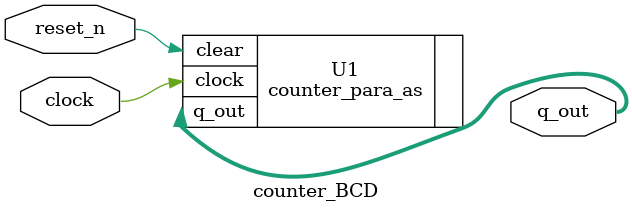
<source format=v>
module counter_BCD(input clock,input reset_n,output [3:0] q_out);
	counter_para_as#(.n(4)) U1 (.clock(clock),.clear(reset_n),.q_out(q_out));
endmodule
</source>
